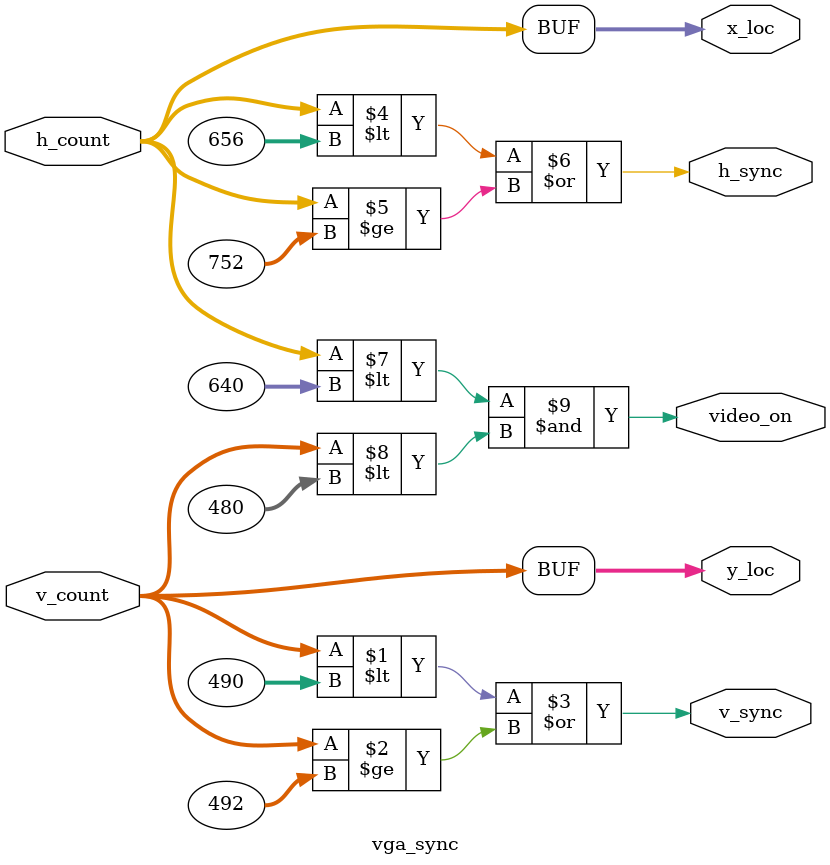
<source format=v>
`timescale 1ns / 1ps
module vga_sync(
    input [9:0] h_count,
    input [9:0] v_count,
    output [9:0] x_loc,
    output [9:0]  y_loc,
    output h_sync,v_sync,video_on
);
    //horizontal
    localparam HD = 640;
    localparam HF = 16;
    localparam HB = 48;
    localparam HR = 96;
    
    //vertical
    localparam VD = 480;
    localparam VF = 10;
    localparam VB = 33;
    localparam VR = 2;
    
    assign v_sync = (v_count < (VD+VF)) | (v_count >= (VD+VF+VR)); 
    assign h_sync = (h_count < (HD+HF)) | (h_count >= (HD+HF+HR));
    assign video_on = (h_count < HD) & (v_count<VD);
    
    assign x_loc = h_count;
    assign y_loc = v_count;
     
endmodule

</source>
